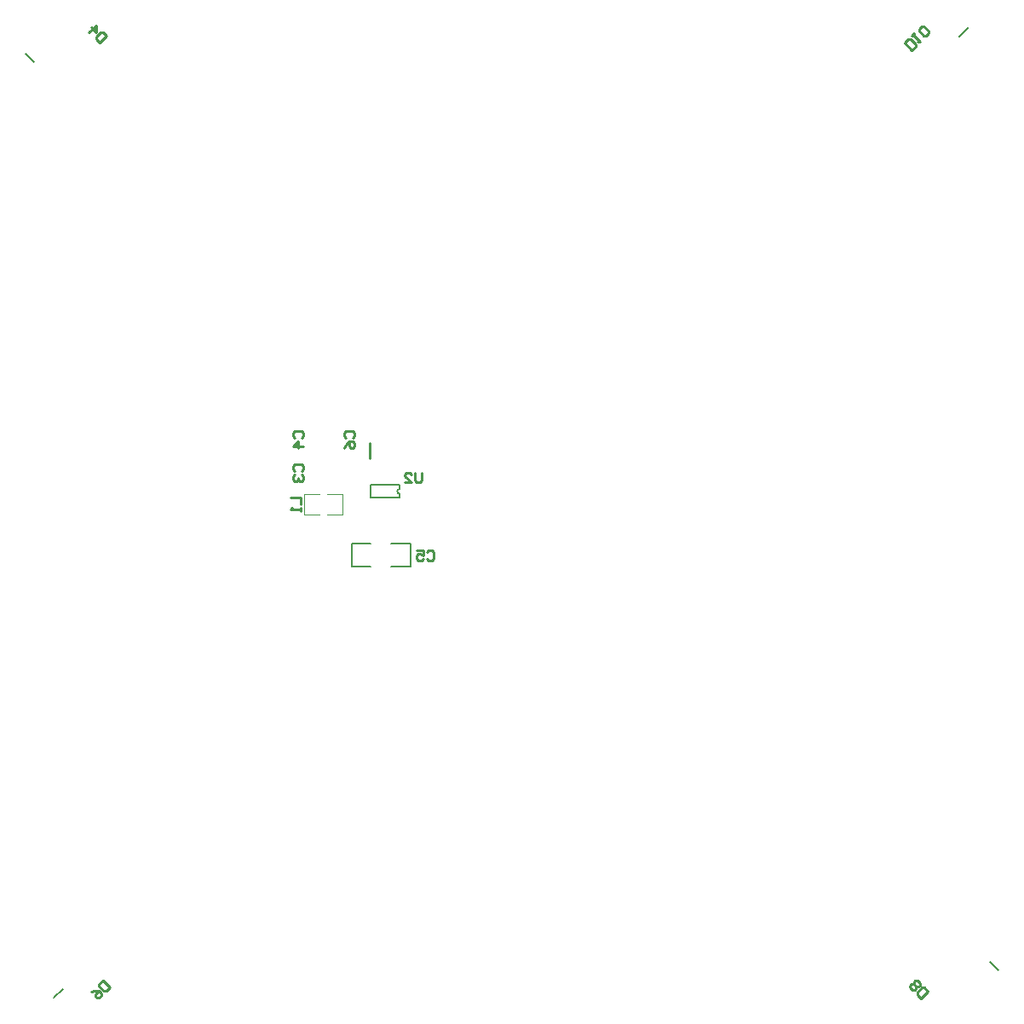
<source format=gbo>
%FSLAX25Y25*%
%MOIN*%
G70*
G01*
G75*
G04 Layer_Color=32896*
%ADD10R,0.05906X0.05118*%
%ADD11R,0.07480X0.02756*%
G04:AMPARAMS|DCode=12|XSize=59.06mil|YSize=51.18mil|CornerRadius=0mil|HoleSize=0mil|Usage=FLASHONLY|Rotation=315.000|XOffset=0mil|YOffset=0mil|HoleType=Round|Shape=Rectangle|*
%AMROTATEDRECTD12*
4,1,4,-0.03897,0.00278,-0.00278,0.03897,0.03897,-0.00278,0.00278,-0.03897,-0.03897,0.00278,0.0*
%
%ADD12ROTATEDRECTD12*%

G04:AMPARAMS|DCode=13|XSize=59.06mil|YSize=51.18mil|CornerRadius=0mil|HoleSize=0mil|Usage=FLASHONLY|Rotation=225.000|XOffset=0mil|YOffset=0mil|HoleType=Round|Shape=Rectangle|*
%AMROTATEDRECTD13*
4,1,4,0.00278,0.03897,0.03897,0.00278,-0.00278,-0.03897,-0.03897,-0.00278,0.00278,0.03897,0.0*
%
%ADD13ROTATEDRECTD13*%

%ADD14O,0.08268X0.01181*%
%ADD15O,0.01181X0.08268*%
G04:AMPARAMS|DCode=16|XSize=78.74mil|YSize=47.24mil|CornerRadius=0mil|HoleSize=0mil|Usage=FLASHONLY|Rotation=225.000|XOffset=0mil|YOffset=0mil|HoleType=Round|Shape=Rectangle|*
%AMROTATEDRECTD16*
4,1,4,0.01114,0.04454,0.04454,0.01114,-0.01114,-0.04454,-0.04454,-0.01114,0.01114,0.04454,0.0*
%
%ADD16ROTATEDRECTD16*%

G04:AMPARAMS|DCode=17|XSize=78.74mil|YSize=47.24mil|CornerRadius=0mil|HoleSize=0mil|Usage=FLASHONLY|Rotation=135.000|XOffset=0mil|YOffset=0mil|HoleType=Round|Shape=Rectangle|*
%AMROTATEDRECTD17*
4,1,4,0.04454,-0.01114,0.01114,-0.04454,-0.04454,0.01114,-0.01114,0.04454,0.04454,-0.01114,0.0*
%
%ADD17ROTATEDRECTD17*%

G04:AMPARAMS|DCode=18|XSize=35.43mil|YSize=37.4mil|CornerRadius=0mil|HoleSize=0mil|Usage=FLASHONLY|Rotation=225.000|XOffset=0mil|YOffset=0mil|HoleType=Round|Shape=Rectangle|*
%AMROTATEDRECTD18*
4,1,4,-0.00070,0.02575,0.02575,-0.00070,0.00070,-0.02575,-0.02575,0.00070,-0.00070,0.02575,0.0*
%
%ADD18ROTATEDRECTD18*%

G04:AMPARAMS|DCode=19|XSize=35.43mil|YSize=37.4mil|CornerRadius=0mil|HoleSize=0mil|Usage=FLASHONLY|Rotation=225.000|XOffset=0mil|YOffset=0mil|HoleType=Round|Shape=Rectangle|*
%AMROTATEDRECTD19*
4,1,4,-0.00070,0.02575,0.02575,-0.00070,0.00070,-0.02575,-0.02575,0.00070,-0.00070,0.02575,0.0*
%
%ADD19ROTATEDRECTD19*%

G04:AMPARAMS|DCode=20|XSize=35.43mil|YSize=37.4mil|CornerRadius=0mil|HoleSize=0mil|Usage=FLASHONLY|Rotation=315.000|XOffset=0mil|YOffset=0mil|HoleType=Round|Shape=Rectangle|*
%AMROTATEDRECTD20*
4,1,4,-0.02575,-0.00070,0.00070,0.02575,0.02575,0.00070,-0.00070,-0.02575,-0.02575,-0.00070,0.0*
%
%ADD20ROTATEDRECTD20*%

G04:AMPARAMS|DCode=21|XSize=35.43mil|YSize=37.4mil|CornerRadius=0mil|HoleSize=0mil|Usage=FLASHONLY|Rotation=315.000|XOffset=0mil|YOffset=0mil|HoleType=Round|Shape=Rectangle|*
%AMROTATEDRECTD21*
4,1,4,-0.02575,-0.00070,0.00070,0.02575,0.02575,0.00070,-0.00070,-0.02575,-0.02575,-0.00070,0.0*
%
%ADD21ROTATEDRECTD21*%

%ADD22R,0.03543X0.03740*%
%ADD23R,0.03543X0.03740*%
%ADD24C,0.01063*%
%ADD25C,0.01181*%
%ADD26C,0.02756*%
%ADD27C,0.01969*%
%ADD28C,0.05906*%
%ADD29R,0.05906X0.05906*%
%ADD30R,0.05906X0.05906*%
%ADD31C,0.31496*%
%ADD32C,0.08268*%
%ADD33C,0.01969*%
%ADD34C,0.03150*%
%ADD35R,0.05118X0.05906*%
%ADD36R,0.06000X0.06000*%
%ADD37R,0.01575X0.03937*%
%ADD38R,0.01575X0.03937*%
%ADD39C,0.02362*%
%ADD40C,0.00984*%
%ADD41C,0.01000*%
%ADD42C,0.00787*%
%ADD43R,0.06706X0.05918*%
%ADD44R,0.08280X0.03556*%
G04:AMPARAMS|DCode=45|XSize=67.06mil|YSize=59.18mil|CornerRadius=0mil|HoleSize=0mil|Usage=FLASHONLY|Rotation=315.000|XOffset=0mil|YOffset=0mil|HoleType=Round|Shape=Rectangle|*
%AMROTATEDRECTD45*
4,1,4,-0.04463,0.00278,-0.00278,0.04463,0.04463,-0.00278,0.00278,-0.04463,-0.04463,0.00278,0.0*
%
%ADD45ROTATEDRECTD45*%

G04:AMPARAMS|DCode=46|XSize=67.06mil|YSize=59.18mil|CornerRadius=0mil|HoleSize=0mil|Usage=FLASHONLY|Rotation=225.000|XOffset=0mil|YOffset=0mil|HoleType=Round|Shape=Rectangle|*
%AMROTATEDRECTD46*
4,1,4,0.00278,0.04463,0.04463,0.00278,-0.00278,-0.04463,-0.04463,-0.00278,0.00278,0.04463,0.0*
%
%ADD46ROTATEDRECTD46*%

%ADD47O,0.09068X0.01981*%
%ADD48O,0.01981X0.09068*%
G04:AMPARAMS|DCode=49|XSize=86.74mil|YSize=55.24mil|CornerRadius=0mil|HoleSize=0mil|Usage=FLASHONLY|Rotation=225.000|XOffset=0mil|YOffset=0mil|HoleType=Round|Shape=Rectangle|*
%AMROTATEDRECTD49*
4,1,4,0.01114,0.05020,0.05020,0.01114,-0.01114,-0.05020,-0.05020,-0.01114,0.01114,0.05020,0.0*
%
%ADD49ROTATEDRECTD49*%

G04:AMPARAMS|DCode=50|XSize=86.74mil|YSize=55.24mil|CornerRadius=0mil|HoleSize=0mil|Usage=FLASHONLY|Rotation=135.000|XOffset=0mil|YOffset=0mil|HoleType=Round|Shape=Rectangle|*
%AMROTATEDRECTD50*
4,1,4,0.05020,-0.01114,0.01114,-0.05020,-0.05020,0.01114,-0.01114,0.05020,0.05020,-0.01114,0.0*
%
%ADD50ROTATEDRECTD50*%

G04:AMPARAMS|DCode=51|XSize=43.43mil|YSize=45.4mil|CornerRadius=0mil|HoleSize=0mil|Usage=FLASHONLY|Rotation=225.000|XOffset=0mil|YOffset=0mil|HoleType=Round|Shape=Rectangle|*
%AMROTATEDRECTD51*
4,1,4,-0.00070,0.03141,0.03141,-0.00070,0.00070,-0.03141,-0.03141,0.00070,-0.00070,0.03141,0.0*
%
%ADD51ROTATEDRECTD51*%

G04:AMPARAMS|DCode=52|XSize=43.43mil|YSize=45.4mil|CornerRadius=0mil|HoleSize=0mil|Usage=FLASHONLY|Rotation=225.000|XOffset=0mil|YOffset=0mil|HoleType=Round|Shape=Rectangle|*
%AMROTATEDRECTD52*
4,1,4,-0.00070,0.03141,0.03141,-0.00070,0.00070,-0.03141,-0.03141,0.00070,-0.00070,0.03141,0.0*
%
%ADD52ROTATEDRECTD52*%

G04:AMPARAMS|DCode=53|XSize=43.43mil|YSize=45.4mil|CornerRadius=0mil|HoleSize=0mil|Usage=FLASHONLY|Rotation=315.000|XOffset=0mil|YOffset=0mil|HoleType=Round|Shape=Rectangle|*
%AMROTATEDRECTD53*
4,1,4,-0.03141,-0.00070,0.00070,0.03141,0.03141,0.00070,-0.00070,-0.03141,-0.03141,-0.00070,0.0*
%
%ADD53ROTATEDRECTD53*%

G04:AMPARAMS|DCode=54|XSize=43.43mil|YSize=45.4mil|CornerRadius=0mil|HoleSize=0mil|Usage=FLASHONLY|Rotation=315.000|XOffset=0mil|YOffset=0mil|HoleType=Round|Shape=Rectangle|*
%AMROTATEDRECTD54*
4,1,4,-0.03141,-0.00070,0.00070,0.03141,0.03141,0.00070,-0.00070,-0.03141,-0.03141,-0.00070,0.0*
%
%ADD54ROTATEDRECTD54*%

%ADD55R,0.04343X0.04540*%
%ADD56R,0.04343X0.04540*%
%ADD57C,0.06706*%
%ADD58R,0.06706X0.06706*%
%ADD59R,0.06706X0.06706*%
%ADD60C,0.32296*%
%ADD61C,0.09068*%
%ADD62C,0.02769*%
%ADD63C,0.03950*%
%ADD64R,0.05918X0.06706*%
%ADD65R,0.06800X0.06800*%
%ADD66R,0.02375X0.04737*%
%ADD67R,0.02375X0.04737*%
%ADD68C,0.00394*%
D41*
X292720Y823376D02*
X292064Y824032D01*
Y825344D01*
X292720Y826000D01*
X295344D01*
X296000Y825344D01*
Y824032D01*
X295344Y823376D01*
X292720Y822064D02*
X292064Y821408D01*
Y820096D01*
X292720Y819440D01*
X293376D01*
X294032Y820096D01*
Y820752D01*
Y820096D01*
X294688Y819440D01*
X295344D01*
X296000Y820096D01*
Y821408D01*
X295344Y822064D01*
X292720Y836376D02*
X292064Y837032D01*
Y838344D01*
X292720Y839000D01*
X295344D01*
X296000Y838344D01*
Y837032D01*
X295344Y836376D01*
X296000Y833096D02*
X292064D01*
X294032Y835064D01*
Y832440D01*
X344376Y791780D02*
X345032Y792436D01*
X346344D01*
X347000Y791780D01*
Y789156D01*
X346344Y788500D01*
X345032D01*
X344376Y789156D01*
X340440Y792436D02*
X343064D01*
Y790468D01*
X341752Y791124D01*
X341096D01*
X340440Y790468D01*
Y789156D01*
X341096Y788500D01*
X342408D01*
X343064Y789156D01*
X312720Y836376D02*
X312064Y837032D01*
Y838344D01*
X312720Y839000D01*
X315344D01*
X316000Y838344D01*
Y837032D01*
X315344Y836376D01*
X312064Y832440D02*
X312720Y833752D01*
X314032Y835064D01*
X315344D01*
X316000Y834408D01*
Y833096D01*
X315344Y832440D01*
X314688D01*
X314032Y833096D01*
Y835064D01*
X219283Y993783D02*
X216500Y991000D01*
X215108Y992391D01*
Y993319D01*
X216964Y995175D01*
X217892D01*
X219283Y993783D01*
X212326Y995175D02*
X215108Y997958D01*
Y995175D01*
X213253Y997030D01*
X217717Y624283D02*
X220500Y621500D01*
X219109Y620109D01*
X218181D01*
X216325Y621964D01*
Y622892D01*
X217717Y624283D01*
X213079Y619645D02*
X214470Y620109D01*
X216325D01*
X217253Y619181D01*
Y618253D01*
X216325Y617325D01*
X215398D01*
X214934Y617789D01*
X214934Y618717D01*
X216325Y620109D01*
X540601Y619965D02*
X537818Y617182D01*
X536426Y618574D01*
Y619501D01*
X538282Y621356D01*
X539210D01*
X540601Y619965D01*
X537354Y622284D02*
Y623212D01*
X536426Y624139D01*
X535499Y624139D01*
X535035Y623676D01*
Y622748D01*
X534107Y622748D01*
X533643Y622284D01*
Y621356D01*
X534571Y620429D01*
X535499D01*
X535963Y620893D01*
Y621820D01*
X536890Y621820D01*
X537354Y622284D01*
X535963Y621820D02*
X535035Y622748D01*
X534283Y988217D02*
X531500Y991000D01*
X532892Y992391D01*
X533819D01*
X535674Y990536D01*
Y989608D01*
X534283Y988217D01*
Y993783D02*
X535211Y994711D01*
X534747Y994247D01*
X537530Y991464D01*
X536602D01*
X538921Y993783D02*
X539849D01*
X540777Y994711D01*
X540777Y995638D01*
X538921Y997494D01*
X537994Y997494D01*
X537066Y996566D01*
Y995638D01*
X538921Y993783D01*
X291064Y813000D02*
X295000D01*
Y810376D01*
Y809064D02*
Y807752D01*
Y808408D01*
X291064D01*
X291720Y809064D01*
X342500Y822936D02*
Y819656D01*
X341844Y819000D01*
X340532D01*
X339876Y819656D01*
Y822936D01*
X335940Y819000D02*
X338564D01*
X335940Y821624D01*
Y822280D01*
X336596Y822936D01*
X337908D01*
X338564Y822280D01*
X322000Y828502D02*
Y834500D01*
D42*
X333870Y816447D02*
G03*
X333870Y814577I0J-935D01*
G01*
X564710Y631610D02*
X568246Y628074D01*
X198536Y617429D02*
X202071Y620964D01*
X552929Y993536D02*
X556464Y997071D01*
X187429Y986964D02*
X190964Y983429D01*
X315000Y786000D02*
Y795000D01*
X338000Y786000D02*
Y795000D01*
X315000D02*
X322500D01*
X315000Y786000D02*
X322500D01*
X330500D02*
X338000D01*
X330500Y795000D02*
X338000D01*
X322650Y813000D02*
X333870D01*
X322650D02*
Y818000D01*
X333870D01*
Y816447D02*
Y818000D01*
Y813000D02*
Y814577D01*
D68*
X305500Y814500D02*
X311500D01*
Y806500D02*
Y814500D01*
X305500Y806500D02*
X311500D01*
X296500D02*
X302500D01*
X296500D02*
Y814500D01*
X302500D01*
M02*

</source>
